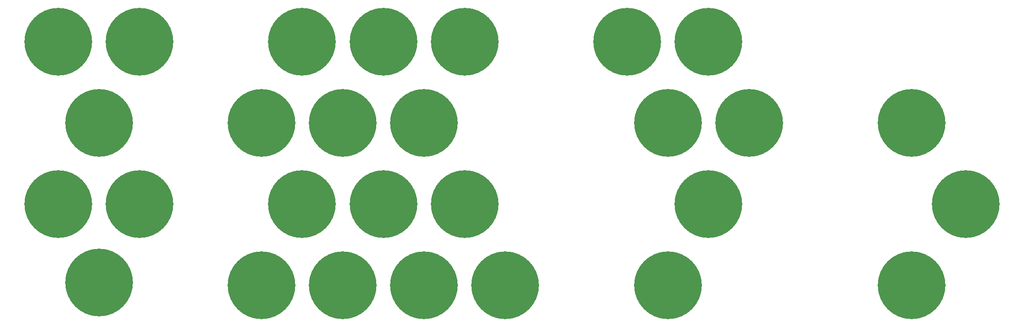
<source format=gbr>
G04 #@! TF.GenerationSoftware,KiCad,Pcbnew,5.1.5+dfsg1-2build2*
G04 #@! TF.CreationDate,2024-05-03T20:30:25+01:00*
G04 #@! TF.ProjectId,touch_kb1,746f7563-685f-46b6-9231-2e6b69636164,rev?*
G04 #@! TF.SameCoordinates,Original*
G04 #@! TF.FileFunction,Copper,L1,Top*
G04 #@! TF.FilePolarity,Positive*
%FSLAX46Y46*%
G04 Gerber Fmt 4.6, Leading zero omitted, Abs format (unit mm)*
G04 Created by KiCad (PCBNEW 5.1.5+dfsg1-2build2) date 2024-05-03 20:30:25*
%MOMM*%
%LPD*%
G04 APERTURE LIST*
%ADD10C,12.500000*%
G04 APERTURE END LIST*
D10*
X216400000Y-107700000D03*
X126400000Y-77700000D03*
X111400000Y-77700000D03*
X96400000Y-77700000D03*
X133900000Y-62700000D03*
X96400000Y-107700000D03*
X171400000Y-107700000D03*
X133900000Y-92700000D03*
X226400000Y-92700000D03*
X118900000Y-92700000D03*
X216400000Y-77700000D03*
X103900000Y-92700000D03*
X73900000Y-62700000D03*
X111400000Y-107700000D03*
X66400000Y-77700000D03*
X126400000Y-107700000D03*
X58900000Y-92700000D03*
X141400000Y-107700000D03*
X73900000Y-92700000D03*
X163900000Y-62700000D03*
X58900000Y-62700000D03*
X178900000Y-62700000D03*
X66400000Y-107200000D03*
X171400000Y-77700000D03*
X103900000Y-62700000D03*
X178900000Y-92700000D03*
X118900000Y-62700000D03*
X186400000Y-77700000D03*
M02*

</source>
